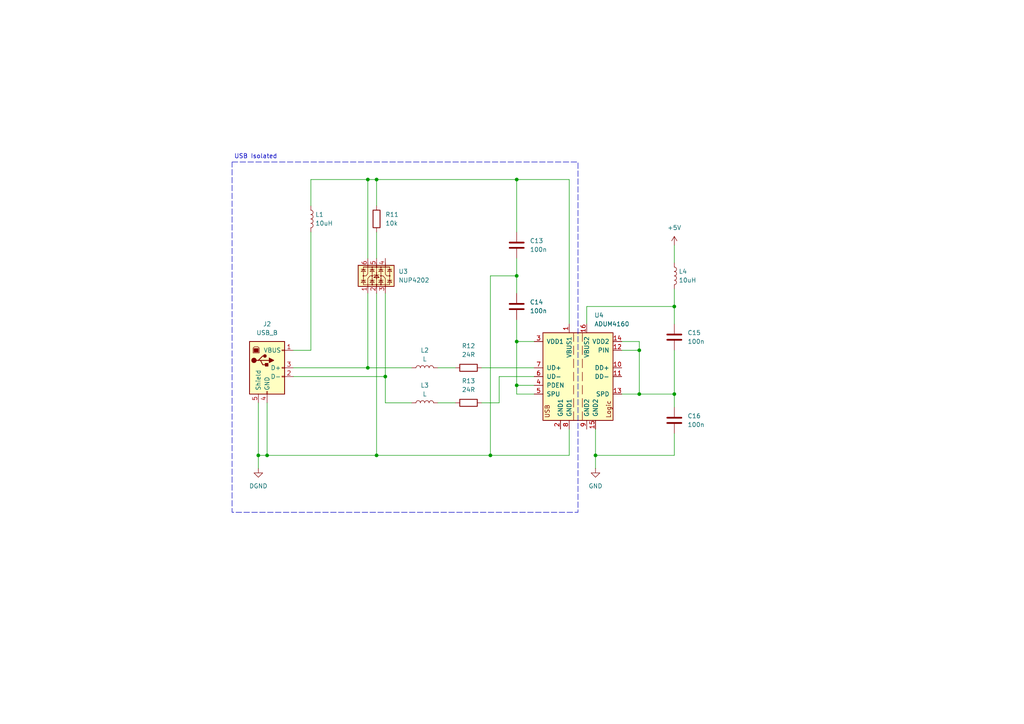
<source format=kicad_sch>
(kicad_sch (version 20231120) (generator "eeschema") (generator_version "8.0")
  (paper "A4")
  (title_block (rev "0.1"))
  (lib_symbols
    (symbol "Connector:USB_B" (pin_names (offset 1.016))
      (property "Reference" "J" (at -5.08 11.43 0))
      (property "Value" "USB_B" (at -5.08 8.89 0))
      (symbol "USB_B_0_1"
        (rectangle (start -5.08 -7.62) (end 5.08 7.62) (stroke (width 0.254)) (fill (type background)))
        (circle (center -3.81 2.159) (radius 0.635) (stroke (width 0.254)) (fill (type outline)))
        (rectangle (start -3.81 5.588) (end -2.54 4.572) (fill (type outline)))
        (circle (center -0.635 3.429) (radius 0.381) (stroke (width 0.254)) (fill (type outline)))
        (rectangle (start -0.127 -7.62) (end 0.127 -6.858))
        (polyline (pts (xy -1.905 2.159) (xy 0.635 2.159)) (stroke (width 0.254)))
        (polyline (pts (xy -3.175 2.159) (xy -2.54 2.159) (xy -1.27 3.429) (xy -0.635 3.429)) (stroke (width 0.254)))
        (polyline (pts (xy -2.54 2.159) (xy -1.905 2.159) (xy -1.27 0.889) (xy 0 0.889)) (stroke (width 0.254)))
        (polyline (pts (xy 0.635 2.794) (xy 0.635 1.524) (xy 1.905 2.159) (xy 0.635 2.794)) (stroke (width 0.254)) (fill (type outline)))
        (polyline (pts (xy -4.064 4.318) (xy -2.286 4.318) (xy -2.286 5.715) (xy -2.667 6.096) (xy -3.683 6.096) (xy -4.064 5.715) (xy -4.064 4.318)))
        (rectangle (start 0.254 1.27) (end -0.508 0.508) (stroke (width 0.254)) (fill (type outline)))
        (rectangle (start 5.08 -2.667) (end 4.318 -2.413))
        (rectangle (start 5.08 -0.127) (end 4.318 0.127))
        (rectangle (start 5.08 4.953) (end 4.318 5.207))
      )
      (symbol "USB_B_1_1"
        (pin power_out line (at 7.62 5.08 180) (length 2.54) (name "VBUS") (number "1"))
        (pin bidirectional line (at 7.62 -2.54 180) (length 2.54) (name "D-") (number "2"))
        (pin bidirectional line (at 7.62 0 180) (length 2.54) (name "D+") (number "3"))
        (pin power_out line (at 0 -10.16 90) (length 2.54) (name "GND") (number "4"))
        (pin passive line (at -2.54 -10.16 90) (length 2.54) (name "Shield") (number "5"))
      )
    )
    (symbol "Device:C" (pin_numbers hide) (pin_names (offset 0.254))
      (property "Reference" "C" (at 0.635 2.54 0))
      (property "Value" "C" (at 0.635 -2.54 0))
      (symbol "C_0_1"
        (polyline (pts (xy -2.032 -0.762) (xy 2.032 -0.762)) (stroke (width 0.508)))
        (polyline (pts (xy -2.032 0.762) (xy 2.032 0.762)) (stroke (width 0.508)))
      )
      (symbol "C_1_1"
        (pin passive line (at 0 3.81 270) (length 2.794) (name "~") (number "1"))
        (pin passive line (at 0 -3.81 90) (length 2.794) (name "~") (number "2"))
      )
    )
    (symbol "Device:L" (pin_numbers hide) (pin_names (offset 1.016) hide)
      (property "Reference" "L" (at -1.27 0 90))
      (property "Value" "L" (at 1.905 0 90))
      (symbol "L_0_1"
        (arc (start 0 -2.54) (mid 0.6323 -1.905) (end 0 -1.27))
        (arc (start 0 -1.27) (mid 0.6323 -0.635) (end 0 0))
        (arc (start 0 0) (mid 0.6323 0.635) (end 0 1.27))
        (arc (start 0 1.27) (mid 0.6323 1.905) (end 0 2.54))
      )
      (symbol "L_1_1"
        (pin passive line (at 0 3.81 270) (length 1.27) (name "1") (number "1"))
        (pin passive line (at 0 -3.81 90) (length 1.27) (name "2") (number "2"))
      )
    )
    (symbol "Device:R" (pin_numbers hide) (pin_names (offset 0))
      (property "Reference" "R" (at 2.032 0 90))
      (property "Value" "R" (at 0 0 90))
      (symbol "R_0_1"
        (rectangle (start -1.016 -2.54) (end 1.016 2.54) (stroke (width 0.254)))
      )
      (symbol "R_1_1"
        (pin passive line (at 0 3.81 270) (length 1.27) (name "~") (number "1"))
        (pin passive line (at 0 -3.81 90) (length 1.27) (name "~") (number "2"))
      )
    )
    (symbol "Interface_USB:ADUM4160" (pin_names (offset 1.016))
      (property "Reference" "U" (at -10.16 13.97 0))
      (property "Value" "ADUM4160" (at 3.81 13.97 0))
      (symbol "ADUM4160_0_0"
        (text "Logic" (at 8.89 -12.065 900) (effects (font (size 1.27 1.27)) (justify left)))
      )
      (symbol "ADUM4160_0_1"
        (rectangle (start -10.16 12.7) (end 10.16 -12.7) (stroke (width 0.254)) (fill (type background)))
        (polyline (pts (xy -1.27 -10.16) (xy -1.27 -12.7)))
        (polyline (pts (xy -1.27 -6.35) (xy -1.27 -8.89)))
        (polyline (pts (xy -1.27 -2.54) (xy -1.27 -5.08)))
        (polyline (pts (xy -1.27 1.27) (xy -1.27 -1.27)))
        (polyline (pts (xy -1.27 5.08) (xy -1.27 2.54)))
        (polyline (pts (xy -1.27 8.89) (xy -1.27 6.35)))
        (polyline (pts (xy -1.27 12.7) (xy -1.27 10.16)))
        (polyline (pts (xy 1.27 -10.16) (xy 1.27 -12.7)))
        (polyline (pts (xy 1.27 -6.35) (xy 1.27 -8.89)))
        (polyline (pts (xy 1.27 -2.54) (xy 1.27 -5.08)))
        (polyline (pts (xy 1.27 1.27) (xy 1.27 -1.27)))
        (polyline (pts (xy 1.27 5.08) (xy 1.27 2.54)))
        (polyline (pts (xy 1.27 8.89) (xy 1.27 6.35)))
        (polyline (pts (xy 1.27 12.7) (xy 1.27 10.16)))
      )
      (symbol "ADUM4160_1_0"
        (text "USB" (at -8.89 -12.065 900) (effects (font (size 1.27 1.27)) (justify left)))
      )
      (symbol "ADUM4160_1_1"
        (pin power_in line (at -2.54 15.24 270) (length 2.54) (name "VBUS1") (number "1"))
        (pin bidirectional line (at 12.7 2.54 180) (length 2.54) (name "DD+") (number "10"))
        (pin bidirectional line (at 12.7 0 180) (length 2.54) (name "DD-") (number "11"))
        (pin input line (at 12.7 7.62 180) (length 2.54) (name "PIN") (number "12"))
        (pin input line (at 12.7 -5.08 180) (length 2.54) (name "SPD") (number "13"))
        (pin power_in line (at 12.7 10.16 180) (length 2.54) (name "VDD2") (number "14"))
        (pin power_in line (at 5.08 -15.24 90) (length 2.54) (name "GND2") (number "15"))
        (pin power_in line (at 2.54 15.24 270) (length 2.54) (name "VBUS2") (number "16"))
        (pin power_in line (at -5.08 -15.24 90) (length 2.54) (name "GND1") (number "2"))
        (pin power_in line (at -12.7 10.16 0) (length 2.54) (name "VDD1") (number "3"))
        (pin input line (at -12.7 -2.54 0) (length 2.54) (name "PDEN") (number "4"))
        (pin input line (at -12.7 -5.08 0) (length 2.54) (name "SPU") (number "5"))
        (pin bidirectional line (at -12.7 0 0) (length 2.54) (name "UD-") (number "6"))
        (pin bidirectional line (at -12.7 2.54 0) (length 2.54) (name "UD+") (number "7"))
        (pin power_in line (at -2.54 -15.24 90) (length 2.54) (name "GND1") (number "8"))
        (pin power_in line (at 2.54 -15.24 90) (length 2.54) (name "GND2") (number "9"))
      )
    )
    (symbol "Power_Protection:NUP4202"
      (property "Reference" "U" (at -6.985 -2.54 0))
      (property "Value" "NUP4202" (at 6.35 1.27 90))
      (symbol "NUP4202_0_1"
        (rectangle (start -5.334 3.048) (end 5.08 -3.048) (stroke (width 0.254)) (fill (type background)))
        (circle (center -3.81 0) (radius 0.127))
        (circle (center -3.81 0) (radius 0.127))
        (circle (center -1.27 -2.54) (radius 0.127))
        (circle (center -1.27 -2.54) (radius 0.127))
        (circle (center -1.27 0) (radius 0.127))
        (circle (center -1.27 0) (radius 0.127))
        (circle (center -1.27 2.54) (radius 0.127))
        (circle (center -1.27 2.54) (radius 0.127))
        (circle (center 0 -2.54) (radius 0.127))
        (circle (center 0 -2.54) (radius 0.127))
        (polyline (pts (xy -4.445 -1.27) (xy -3.175 -1.27)))
        (polyline (pts (xy -4.445 -1.27) (xy -3.175 -1.27)))
        (polyline (pts (xy -4.445 1.905) (xy -3.175 1.905)))
        (polyline (pts (xy -3.81 -2.54) (xy -3.81 -0.635)))
        (polyline (pts (xy -3.81 -2.54) (xy 3.81 -2.54)))
        (polyline (pts (xy -3.81 -0.635) (xy -3.81 0.635)))
        (polyline (pts (xy -3.81 0.635) (xy -3.81 2.54)))
        (polyline (pts (xy -3.81 2.54) (xy 3.81 2.54)))
        (polyline (pts (xy -3.81 2.54) (xy 3.81 2.54)))
        (polyline (pts (xy -1.905 -1.27) (xy -0.635 -1.27)))
        (polyline (pts (xy -1.905 -1.27) (xy -0.635 -1.27)))
        (polyline (pts (xy -1.905 1.905) (xy -0.635 1.905)))
        (polyline (pts (xy -1.27 -2.54) (xy -1.27 -0.635)))
        (polyline (pts (xy -1.27 -2.54) (xy -1.27 -0.635)))
        (polyline (pts (xy -1.27 0.635) (xy -1.27 -0.635)))
        (polyline (pts (xy -1.27 0.635) (xy -1.27 2.54)))
        (polyline (pts (xy 0 -0.889) (xy 0 -3.81)))
        (polyline (pts (xy 0 -0.889) (xy 0 1.016)))
        (polyline (pts (xy 0 -0.889) (xy 0 1.016)))
        (polyline (pts (xy 0 1.016) (xy 0 3.81)))
        (polyline (pts (xy 0.635 -1.27) (xy 1.905 -1.27)))
        (polyline (pts (xy 0.635 -1.27) (xy 1.905 -1.27)))
        (polyline (pts (xy 0.635 1.905) (xy 1.905 1.905)))
        (polyline (pts (xy 1.27 -2.54) (xy 1.27 -0.635)))
        (polyline (pts (xy 1.27 -2.54) (xy 1.27 -0.635)))
        (polyline (pts (xy 1.27 0.635) (xy 1.27 -0.635)))
        (polyline (pts (xy 1.27 0.635) (xy 1.27 2.54)))
        (polyline (pts (xy 3.175 -1.27) (xy 4.445 -1.27)))
        (polyline (pts (xy 3.175 -1.27) (xy 4.445 -1.27)))
        (polyline (pts (xy 3.175 1.905) (xy 4.445 1.905)))
        (polyline (pts (xy 3.81 -2.54) (xy 3.81 -0.635)))
        (polyline (pts (xy 3.81 0.635) (xy 3.81 -0.635)))
        (polyline (pts (xy 3.81 0.635) (xy 3.81 2.54)))
        (polyline (pts (xy 0.762 0.254) (xy -0.762 0.254) (xy -0.762 0)))
        (polyline (pts (xy -4.445 -1.905) (xy -3.175 -1.905) (xy -3.81 -1.27) (xy -4.445 -1.905)))
        (polyline (pts (xy -4.445 1.27) (xy -3.175 1.27) (xy -3.81 1.905) (xy -4.445 1.27)))
        (polyline (pts (xy -2.54 -3.81) (xy -2.54 -0.762) (xy -1.905 0) (xy -1.27 0)))
        (polyline (pts (xy -2.54 3.81) (xy -2.54 0.635) (xy -3.048 0) (xy -3.937 0)))
        (polyline (pts (xy -1.905 -1.905) (xy -0.635 -1.905) (xy -1.27 -1.27) (xy -1.905 -1.905)))
        (polyline (pts (xy -1.905 1.27) (xy -0.635 1.27) (xy -1.27 1.905) (xy -1.905 1.27)))
        (polyline (pts (xy -0.762 -0.508) (xy 0.762 -0.508) (xy 0 0.254) (xy -0.762 -0.508)))
        (polyline (pts (xy -0.762 -0.508) (xy 0.762 -0.508) (xy 0 0.254) (xy -0.762 -0.508)))
        (polyline (pts (xy 0.635 -1.905) (xy 1.905 -1.905) (xy 1.27 -1.27) (xy 0.635 -1.905)))
        (polyline (pts (xy 0.635 1.27) (xy 1.905 1.27) (xy 1.27 1.905) (xy 0.635 1.27)))
        (polyline (pts (xy 2.54 -3.81) (xy 2.54 -0.762) (xy 1.905 0) (xy 1.143 0)))
        (polyline (pts (xy 2.54 3.81) (xy 2.54 0.508) (xy 2.921 0) (xy 3.81 0)))
        (polyline (pts (xy 3.175 -1.905) (xy 4.445 -1.905) (xy 3.81 -1.27) (xy 3.175 -1.905)))
        (polyline (pts (xy 3.175 1.27) (xy 4.445 1.27) (xy 3.81 1.905) (xy 3.175 1.27)))
        (circle (center 0 2.54) (radius 0.127))
        (circle (center 0 2.54) (radius 0.127))
        (circle (center 1.27 -2.54) (radius 0.127))
        (circle (center 1.27 -2.54) (radius 0.127))
        (circle (center 1.27 0) (radius 0.127))
        (circle (center 1.27 0) (radius 0.127))
        (circle (center 1.27 2.54) (radius 0.127))
        (circle (center 1.27 2.54) (radius 0.127))
        (circle (center 3.81 0) (radius 0.127))
        (circle (center 3.81 0) (radius 0.127))
      )
      (symbol "NUP4202_1_1"
        (pin passive line (at -2.54 -5.08 90) (length 2.54) (name "~") (number "1"))
        (pin passive line (at 0 -5.08 90) (length 2.54) (name "~") (number "2"))
        (pin passive line (at 2.54 -5.08 90) (length 2.54) (name "~") (number "3"))
        (pin passive line (at 2.54 5.08 270) (length 2.54) (name "~") (number "4"))
        (pin passive line (at 0 5.08 270) (length 2.54) (name "~") (number "5"))
        (pin passive line (at -2.54 5.08 270) (length 2.54) (name "~") (number "6"))
      )
    )
    (symbol "power:+5V" (power) (pin_numbers hide) (pin_names (offset 0) hide)
      (property "Value" "+5V" (at 0 3.556 0))
      (symbol "+5V_0_1"
        (polyline (pts (xy -0.762 1.27) (xy 0 2.54)))
        (polyline (pts (xy 0 0) (xy 0 2.54)))
        (polyline (pts (xy 0 2.54) (xy 0.762 1.27)))
      )
      (symbol "+5V_1_1"
        (pin power_in line (at 0 0 90) (length 0) (name "~") (number "1"))
      )
    )
    (symbol "power:GND" (power) (pin_numbers hide) (pin_names (offset 0) hide)
      (property "Value" "GND" (at 0 -3.81 0))
      (symbol "GND_0_1"
        (polyline (pts (xy 0 0) (xy 0 -1.27) (xy 1.27 -1.27) (xy 0 -2.54) (xy -1.27 -1.27) (xy 0 -1.27)))
      )
      (symbol "GND_1_1"
        (pin power_in line (at 0 0 270) (length 0) (name "~") (number "1"))
      )
    )
  )
  (junction (at 109.22 132.08))
  (junction (at 149.86 80.01))
  (junction (at 111.76 109.22))
  (junction (at 149.86 111.76))
  (junction (at 74.93 132.08))
  (junction (at 106.68 52.07))
  (junction (at 106.68 106.68))
  (junction (at 185.42 114.3))
  (junction (at 185.42 101.6))
  (junction (at 149.86 99.06))
  (junction (at 149.86 52.07))
  (junction (at 172.72 132.08))
  (junction (at 77.47 132.08))
  (junction (at 195.58 114.3))
  (junction (at 142.24 132.08))
  (junction (at 195.58 88.9))
  (junction (at 109.22 52.07))
  (wire (pts (xy 195.58 88.9) (xy 195.58 93.98)))
  (wire (pts (xy 149.86 52.07) (xy 149.86 67.31)))
  (wire (pts (xy 77.47 116.84) (xy 77.47 132.08)))
  (wire (pts (xy 85.09 101.6) (xy 90.17 101.6)))
  (wire (pts (xy 149.86 80.01) (xy 142.24 80.01)))
  (wire (pts (xy 149.86 111.76) (xy 154.94 111.76)))
  (wire (pts (xy 154.94 99.06) (xy 149.86 99.06)))
  (wire (pts (xy 149.86 111.76) (xy 149.86 114.3)))
  (wire (pts (xy 185.42 99.06) (xy 185.42 101.6)))
  (wire (pts (xy 90.17 59.69) (xy 90.17 52.07)))
  (wire (pts (xy 180.34 99.06) (xy 185.42 99.06)))
  (wire (pts (xy 165.1 52.07) (xy 165.1 93.98)))
  (wire (pts (xy 149.86 74.93) (xy 149.86 80.01)))
  (wire (pts (xy 142.24 132.08) (xy 165.1 132.08)))
  (wire (pts (xy 77.47 132.08) (xy 109.22 132.08)))
  (wire (pts (xy 185.42 101.6) (xy 180.34 101.6)))
  (wire (pts (xy 106.68 85.09) (xy 106.68 106.68)))
  (wire (pts (xy 144.78 109.22) (xy 144.78 116.84)))
  (wire (pts (xy 149.86 99.06) (xy 149.86 111.76)))
  (wire (pts (xy 139.7 116.84) (xy 144.78 116.84)))
  (wire (pts (xy 195.58 71.12) (xy 195.58 76.2)))
  (wire (pts (xy 106.68 52.07) (xy 106.68 74.93)))
  (wire (pts (xy 195.58 114.3) (xy 185.42 114.3)))
  (wire (pts (xy 109.22 132.08) (xy 142.24 132.08)))
  (wire (pts (xy 127 106.68) (xy 132.08 106.68)))
  (wire (pts (xy 109.22 67.31) (xy 109.22 74.93)))
  (wire (pts (xy 149.86 52.07) (xy 109.22 52.07)))
  (wire (pts (xy 149.86 114.3) (xy 154.94 114.3)))
  (wire (pts (xy 172.72 124.46) (xy 172.72 132.08)))
  (wire (pts (xy 90.17 52.07) (xy 106.68 52.07)))
  (wire (pts (xy 195.58 118.11) (xy 195.58 114.3)))
  (wire (pts (xy 74.93 132.08) (xy 77.47 132.08)))
  (wire (pts (xy 144.78 109.22) (xy 154.94 109.22)))
  (wire (pts (xy 74.93 116.84) (xy 74.93 132.08)))
  (wire (pts (xy 111.76 109.22) (xy 111.76 116.84)))
  (wire (pts (xy 149.86 52.07) (xy 165.1 52.07)))
  (wire (pts (xy 90.17 67.31) (xy 90.17 101.6)))
  (wire (pts (xy 180.34 114.3) (xy 185.42 114.3)))
  (wire (pts (xy 85.09 109.22) (xy 111.76 109.22)))
  (wire (pts (xy 172.72 132.08) (xy 172.72 135.89)))
  (wire (pts (xy 149.86 80.01) (xy 149.86 85.09)))
  (wire (pts (xy 195.58 83.82) (xy 195.58 88.9)))
  (wire (pts (xy 195.58 101.6) (xy 195.58 114.3)))
  (wire (pts (xy 185.42 114.3) (xy 185.42 101.6)))
  (wire (pts (xy 149.86 92.71) (xy 149.86 99.06)))
  (wire (pts (xy 106.68 106.68) (xy 119.38 106.68)))
  (wire (pts (xy 109.22 52.07) (xy 109.22 59.69)))
  (wire (pts (xy 85.09 106.68) (xy 106.68 106.68)))
  (wire (pts (xy 111.76 116.84) (xy 119.38 116.84)))
  (wire (pts (xy 74.93 132.08) (xy 74.93 135.89)))
  (wire (pts (xy 139.7 106.68) (xy 154.94 106.68)))
  (wire (pts (xy 109.22 85.09) (xy 109.22 132.08)))
  (wire (pts (xy 170.18 88.9) (xy 195.58 88.9)))
  (wire (pts (xy 172.72 132.08) (xy 195.58 132.08)))
  (wire (pts (xy 165.1 132.08) (xy 165.1 124.46)))
  (wire (pts (xy 109.22 52.07) (xy 106.68 52.07)))
  (wire (pts (xy 170.18 93.98) (xy 170.18 88.9)))
  (wire (pts (xy 195.58 132.08) (xy 195.58 125.73)))
  (wire (pts (xy 127 116.84) (xy 132.08 116.84)))
  (wire (pts (xy 142.24 80.01) (xy 142.24 132.08)))
  (wire (pts (xy 111.76 85.09) (xy 111.76 109.22)))
  (rectangle (start 67.31 46.99) (end 167.64 148.59) (stroke (width 0) (type dash)))
  (text "USB Isolated" (at 74.168 45.466 0) (effects (font (size 1.27 1.27))))
  (symbol (lib_id "Device:R") (at 135.89 106.68 90) (unit 1)
    (property "Reference" "R12" (at 135.89 100.33 90))
    (property "Value" "24R" (at 135.89 102.87 90))
    (property "Footprint" "Resistor_SMD:R_1206_3216Metric_Pad1.30x1.75mm_HandSolder" (effects (hide yes)))
    (property "Description" "Resistor" (effects (hide yes)))
  )
  (symbol (lib_id "power:GND") (at 172.72 135.89 0) (unit 1)
    (property "Reference" "#PWR14" (effects (hide yes)))
    (property "Value" "GND" (at 172.72 140.97 0))
    (property "Description" "Power symbol creates a global label with name \"GND\" , ground" (effects (hide yes)))
  )
  (symbol (lib_id "Device:R") (at 135.89 116.84 90) (unit 1)
    (property "Reference" "R13" (at 135.89 110.49 90))
    (property "Value" "24R" (at 135.89 113.03 90))
    (property "Footprint" "Resistor_SMD:R_1206_3216Metric_Pad1.30x1.75mm_HandSolder" (effects (hide yes)))
    (property "Description" "Resistor" (effects (hide yes)))
  )
  (symbol (lib_id "Device:L") (at 123.19 106.68 90) (unit 1)
    (property "Reference" "L2" (at 123.19 101.6 90))
    (property "Value" "L" (at 123.19 104.14 90))
    (property "Footprint" "Inductor_SMD:L_1206_3216Metric_Pad1.22x1.90mm_HandSolder" (effects (hide yes)))
    (property "Description" "Inductor" (effects (hide yes)))
  )
  (symbol (lib_id "power:+5V") (at 195.58 71.12 0) (unit 1)
    (property "Reference" "#PWR15" (effects (hide yes)))
    (property "Value" "+5V" (at 195.58 66.04 0))
    (property "Description" "Power symbol creates a global label with name \"+5V\"" (effects (hide yes)))
  )
  (symbol (lib_id "Interface_USB:ADUM4160") (at 167.64 109.22 0) (unit 1)
    (property "Reference" "U4" (at 172.3741 91.44 0) (effects (justify left)))
    (property "Value" "ADUM4160" (at 172.3741 93.98 0) (effects (justify left)))
    (property "Footprint" "Package_SO:SOIC-16W_7.5x10.3mm_P1.27mm" (effects (hide yes)))
    (property "Datasheet" "https://www.analog.com/media/en/technical-documentation/data-sheets/ADuM4160.pdf" (effects (hide yes)))
    (property "Description" "Full/Low Speed, iCoupler USB Digital Isolator, 5kV protection, SOIC-16" (effects (hide yes)))
  )
  (symbol (lib_id "Device:C") (at 149.86 71.12 0) (unit 1)
    (property "Reference" "C13" (at 153.67 69.8499 0) (effects (justify left)))
    (property "Value" "100n" (at 153.67 72.3899 0) (effects (justify left)))
    (property "Footprint" "Capacitor_SMD:C_1206_3216Metric_Pad1.33x1.80mm_HandSolder" (effects (hide yes)))
    (property "Description" "Unpolarized capacitor" (effects (hide yes)))
  )
  (symbol (lib_id "Device:C") (at 149.86 88.9 0) (unit 1)
    (property "Reference" "C14" (at 153.67 87.6299 0) (effects (justify left)))
    (property "Value" "100n" (at 153.67 90.1699 0) (effects (justify left)))
    (property "Footprint" "Capacitor_SMD:C_1206_3216Metric_Pad1.33x1.80mm_HandSolder" (effects (hide yes)))
    (property "Description" "Unpolarized capacitor" (effects (hide yes)))
  )
  (symbol (lib_id "Device:R") (at 109.22 63.5 0) (unit 1)
    (property "Reference" "R11" (at 111.76 62.2299 0) (effects (justify left)))
    (property "Value" "10k" (at 111.76 64.7699 0) (effects (justify left)))
    (property "Footprint" "Resistor_SMD:R_1206_3216Metric_Pad1.30x1.75mm_HandSolder" (effects (hide yes)))
    (property "Description" "Resistor" (effects (hide yes)))
  )
  (symbol (lib_id "Device:L") (at 195.58 80.01 0) (unit 1)
    (property "Reference" "L4" (at 196.85 78.7399 0) (effects (justify left)))
    (property "Value" "10uH" (at 196.85 81.2799 0) (effects (justify left)))
    (property "Footprint" "Inductor_SMD:L_1206_3216Metric_Pad1.22x1.90mm_HandSolder" (effects (hide yes)))
    (property "Description" "Inductor" (effects (hide yes)))
  )
  (symbol (lib_id "Connector:USB_B") (at 77.47 106.68 0) (unit 1)
    (property "Reference" "J2" (at 77.47 93.98 0))
    (property "Value" "USB_B" (at 77.47 96.52 0))
    (property "Footprint" "MyFootprints:USB_B_OST_USB-B1HSxx_Horizontal" (effects (hide yes)))
    (property "Description" "USB Type B connector" (effects (hide yes)))
  )
  (symbol (lib_id "power:GND") (at 74.93 135.89 0) (unit 1)
    (property "Reference" "#PWR13" (effects (hide yes)))
    (property "Value" "DGND" (at 74.93 140.97 0))
    (property "Description" "Power symbol creates a global label with name \"GND\" , ground" (effects (hide yes)))
  )
  (symbol (lib_id "Device:L") (at 123.19 116.84 90) (unit 1)
    (property "Reference" "L3" (at 123.19 111.76 90))
    (property "Value" "L" (at 123.19 114.3 90))
    (property "Footprint" "Inductor_SMD:L_1206_3216Metric_Pad1.22x1.90mm_HandSolder" (effects (hide yes)))
    (property "Description" "Inductor" (effects (hide yes)))
  )
  (symbol (lib_id "Device:C") (at 195.58 121.92 0) (unit 1)
    (property "Reference" "C16" (at 199.39 120.6499 0) (effects (justify left)))
    (property "Value" "100n" (at 199.39 123.1899 0) (effects (justify left)))
    (property "Footprint" "Capacitor_SMD:C_1206_3216Metric_Pad1.33x1.80mm_HandSolder" (effects (hide yes)))
    (property "Description" "Unpolarized capacitor" (effects (hide yes)))
  )
  (symbol (lib_id "Device:C") (at 195.58 97.79 0) (unit 1)
    (property "Reference" "C15" (at 199.39 96.5199 0) (effects (justify left)))
    (property "Value" "100n" (at 199.39 99.0599 0) (effects (justify left)))
    (property "Footprint" "Capacitor_SMD:C_1206_3216Metric_Pad1.33x1.80mm_HandSolder" (effects (hide yes)))
    (property "Description" "Unpolarized capacitor" (effects (hide yes)))
  )
  (symbol (lib_id "Power_Protection:NUP4202") (at 109.22 80.01 0) (unit 1)
    (property "Reference" "U3" (at 115.57 78.7399 0) (effects (justify left)))
    (property "Value" "NUP4202" (at 115.57 81.2799 0) (effects (justify left)))
    (property "Footprint" "Package_TO_SOT_SMD:SOT-363_SC-70-6" (effects (hide yes)))
    (property "Datasheet" "http://www.onsemi.com/pub_link/Collateral/NUP4202W1-D.PDF" (effects (hide yes)))
    (property "Description" "Transient voltage suppressor designed to protect high speed data lines from ESD, EFT, and lightning" (effects (hide yes)))
  )
  (symbol (lib_id "Device:L") (at 90.17 63.5 0) (unit 1)
    (property "Reference" "L1" (at 91.44 62.2299 0) (effects (justify left)))
    (property "Value" "10uH" (at 91.44 64.7699 0) (effects (justify left)))
    (property "Footprint" "Inductor_SMD:L_1206_3216Metric_Pad1.22x1.90mm_HandSolder" (effects (hide yes)))
    (property "Description" "Inductor" (effects (hide yes)))
  )
)
</source>
